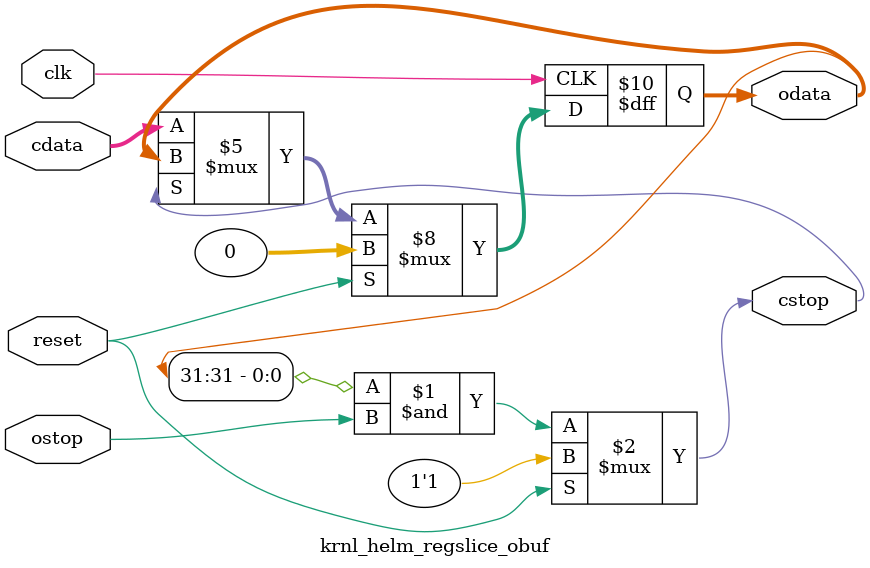
<source format=v>

`timescale 1ns/1ps

module krnl_helm_regslice_forward
#(parameter 
    DataWidth=32
)(
    input ap_clk ,
    input ap_rst,

    input [DataWidth-1:0] data_in , 
    input vld_in , 
    output ack_in ,
    output [DataWidth-1:0] data_out, 
    output vld_out,
    input ack_out,
    output apdone_blk
);
 
localparam W = DataWidth+1;

wire [W-1:0] cdata;
wire cstop;
wire [W-1:0] idata;
wire istop;
wire [W-1:0] odata;
wire ostop;

krnl_helm_regslice_obuf #(
  .W(W)
)
regslice_obuf_inst(
  .clk(ap_clk),
  .reset(ap_rst),
  .cdata(idata),
  .cstop(istop),
  .odata(odata),
  .ostop(ostop)
);

assign idata = {vld_in, data_in};
assign ack_in = ~istop;

assign vld_out = odata[W-1];
assign data_out = odata[W-2:0];
assign ostop = ~ack_out;

assign apdone_blk = ((ap_rst == 1'b0)&(1'b0 == ack_out)&(1'b1 == vld_out));

endmodule //forward

module krnl_helm_regslice_forward_w1
#(parameter 
    DataWidth=1
)(
    input ap_clk ,
    input ap_rst,

    input data_in , 
    input vld_in , 
    output ack_in ,
    output data_out, 
    output vld_out,
    input ack_out,
    output apdone_blk
);
 
localparam W = 2;

wire [W-1:0] cdata;
wire cstop;
wire [W-1:0] idata;
wire istop;
wire [W-1:0] odata;
wire ostop;

krnl_helm_regslice_obuf #(
  .W(W)
)
regslice_obuf_inst(
  .clk(ap_clk),
  .reset(ap_rst),
  .cdata(idata),
  .cstop(istop),
  .odata(odata),
  .ostop(ostop)
);

assign idata = {vld_in, data_in};
assign ack_in = ~istop;

assign vld_out = odata[W-1];
assign data_out = odata[W-2:0];
assign ostop = ~ack_out;

assign apdone_blk = ((ap_rst == 1'b0)&(1'b0 == ack_out)&(1'b1 == vld_out));

endmodule //forward


module krnl_helm_regslice_obuf
#(
    parameter W=32
)(
    input clk ,
    input reset,
    input [W-1:0] cdata ,
    output cstop ,
    output reg [W-1:0] odata,
    input ostop 
);

// Stop the core when buffer full and output not ready
assign cstop = reset? 1'b1 : (odata[W-1] & ostop);
 
always @(posedge clk)
    if(reset)
        odata <= {1'b0, {{W-1}{1'b0}}};
    else
        if (!cstop) begin// Can we accept more data?
            odata <= cdata; // Yes: load the buffer
        end

endmodule

    

</source>
